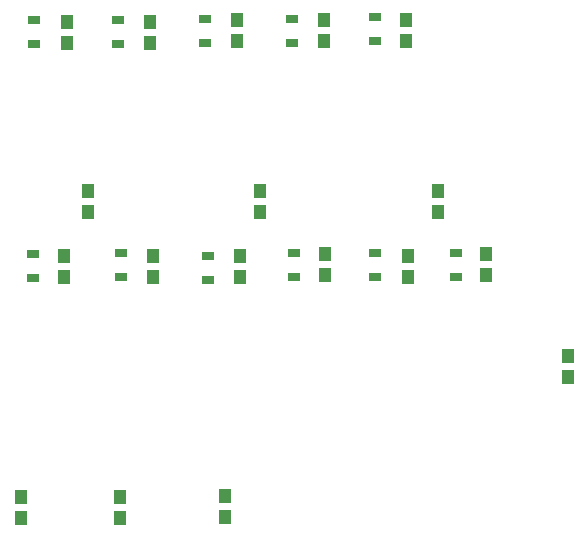
<source format=gbp>
G04*
G04 #@! TF.GenerationSoftware,Altium Limited,Altium Designer,20.0.13 (296)*
G04*
G04 Layer_Color=128*
%FSTAX24Y24*%
%MOIN*%
G70*
G01*
G75*
%ADD23R,0.0433X0.0472*%
%ADD25R,0.0433X0.0315*%
D23*
X0331Y0312D02*
D03*
Y0305D02*
D03*
X02855Y04065D02*
D03*
Y04135D02*
D03*
X034275Y04065D02*
D03*
Y04135D02*
D03*
X0402Y04065D02*
D03*
Y04135D02*
D03*
X0296Y03115D02*
D03*
Y03045D02*
D03*
X0263Y03115D02*
D03*
Y03045D02*
D03*
X04455Y03515D02*
D03*
Y03585D02*
D03*
X0364Y04635D02*
D03*
Y04705D02*
D03*
X03645Y03855D02*
D03*
Y03925D02*
D03*
X0335Y04635D02*
D03*
Y04705D02*
D03*
X0336Y0385D02*
D03*
Y0392D02*
D03*
X0306Y0463D02*
D03*
Y047D02*
D03*
X0307Y0385D02*
D03*
Y0392D02*
D03*
X02785Y0463D02*
D03*
Y047D02*
D03*
X0418Y03855D02*
D03*
Y03925D02*
D03*
X03915Y04635D02*
D03*
Y04705D02*
D03*
X0392Y0385D02*
D03*
Y0392D02*
D03*
X02775Y0385D02*
D03*
Y0392D02*
D03*
D25*
X02675Y04625D02*
D03*
Y04705D02*
D03*
X02955Y04625D02*
D03*
Y04705D02*
D03*
X03245Y0463D02*
D03*
Y0471D02*
D03*
X03535Y0463D02*
D03*
Y0471D02*
D03*
X0381Y04635D02*
D03*
Y04715D02*
D03*
X0408Y0385D02*
D03*
Y0393D02*
D03*
X0381Y0385D02*
D03*
Y0393D02*
D03*
X0354Y0385D02*
D03*
Y0393D02*
D03*
X03255Y0384D02*
D03*
Y0392D02*
D03*
X02965Y0385D02*
D03*
Y0393D02*
D03*
X0267Y03845D02*
D03*
Y03925D02*
D03*
M02*

</source>
